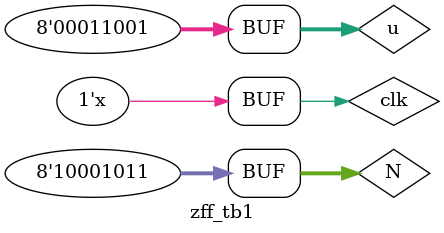
<source format=v>
`timescale 1ns / 1ps

module zff_tb1(
    );
   
  reg clk;
  reg [7:0] u;
  reg [7:0] N;
  wire [15:0] fixed_point_tc;
    
 zadoff_chu test_phase(
 .clk(clk),
  .u(u),
   .N(N),
  .fixed_point_tc(fixed_point_tc)
);

always #5 clk=~clk;

initial
begin 
clk=0;
//ap_rst_n_0=1;
N=139;
u=25;
end

endmodule

</source>
